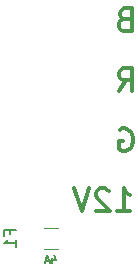
<source format=gbr>
%TF.GenerationSoftware,KiCad,Pcbnew,(5.1.6)-1*%
%TF.CreationDate,2020-10-21T10:45:23-05:00*%
%TF.ProjectId,esp-rgb-controller,6573702d-7267-4622-9d63-6f6e74726f6c,rev?*%
%TF.SameCoordinates,Original*%
%TF.FileFunction,Legend,Bot*%
%TF.FilePolarity,Positive*%
%FSLAX46Y46*%
G04 Gerber Fmt 4.6, Leading zero omitted, Abs format (unit mm)*
G04 Created by KiCad (PCBNEW (5.1.6)-1) date 2020-10-21 10:45:23*
%MOMM*%
%LPD*%
G01*
G04 APERTURE LIST*
%ADD10C,0.152400*%
%ADD11C,0.304800*%
%ADD12C,0.120000*%
%ADD13C,0.150000*%
G04 APERTURE END LIST*
D10*
X176046190Y-118481928D02*
X176046190Y-118905261D01*
X176197380Y-118240023D02*
X176348571Y-118693595D01*
X175955476Y-118693595D01*
X175743809Y-118723833D02*
X175441428Y-118723833D01*
X175804285Y-118905261D02*
X175592619Y-118270261D01*
X175380952Y-118905261D01*
D11*
X181519285Y-114526785D02*
X182607857Y-114526785D01*
X182063571Y-114526785D02*
X182063571Y-112621785D01*
X182245000Y-112893928D01*
X182426428Y-113075357D01*
X182607857Y-113166071D01*
X180793571Y-112803214D02*
X180702857Y-112712500D01*
X180521428Y-112621785D01*
X180067857Y-112621785D01*
X179886428Y-112712500D01*
X179795714Y-112803214D01*
X179705000Y-112984642D01*
X179705000Y-113166071D01*
X179795714Y-113438214D01*
X180884285Y-114526785D01*
X179705000Y-114526785D01*
X179160714Y-112621785D02*
X178525714Y-114526785D01*
X177890714Y-112621785D01*
X181746071Y-107632500D02*
X181927500Y-107541785D01*
X182199642Y-107541785D01*
X182471785Y-107632500D01*
X182653214Y-107813928D01*
X182743928Y-107995357D01*
X182834642Y-108358214D01*
X182834642Y-108630357D01*
X182743928Y-108993214D01*
X182653214Y-109174642D01*
X182471785Y-109356071D01*
X182199642Y-109446785D01*
X182018214Y-109446785D01*
X181746071Y-109356071D01*
X181655357Y-109265357D01*
X181655357Y-108630357D01*
X182018214Y-108630357D01*
X181655357Y-104366785D02*
X182290357Y-103459642D01*
X182743928Y-104366785D02*
X182743928Y-102461785D01*
X182018214Y-102461785D01*
X181836785Y-102552500D01*
X181746071Y-102643214D01*
X181655357Y-102824642D01*
X181655357Y-103096785D01*
X181746071Y-103278214D01*
X181836785Y-103368928D01*
X182018214Y-103459642D01*
X182743928Y-103459642D01*
X182108928Y-98288928D02*
X181836785Y-98379642D01*
X181746071Y-98470357D01*
X181655357Y-98651785D01*
X181655357Y-98923928D01*
X181746071Y-99105357D01*
X181836785Y-99196071D01*
X182018214Y-99286785D01*
X182743928Y-99286785D01*
X182743928Y-97381785D01*
X182108928Y-97381785D01*
X181927500Y-97472500D01*
X181836785Y-97563214D01*
X181746071Y-97744642D01*
X181746071Y-97926071D01*
X181836785Y-98107500D01*
X181927500Y-98198214D01*
X182108928Y-98288928D01*
X182743928Y-98288928D01*
D12*
%TO.C,F1*%
X175292936Y-117750000D02*
X176497064Y-117750000D01*
X175292936Y-115930000D02*
X176497064Y-115930000D01*
D13*
X172431071Y-116506666D02*
X172431071Y-116173333D01*
X172954880Y-116173333D02*
X171954880Y-116173333D01*
X171954880Y-116649523D01*
X172954880Y-117554285D02*
X172954880Y-116982857D01*
X172954880Y-117268571D02*
X171954880Y-117268571D01*
X172097738Y-117173333D01*
X172192976Y-117078095D01*
X172240595Y-116982857D01*
%TD*%
M02*

</source>
